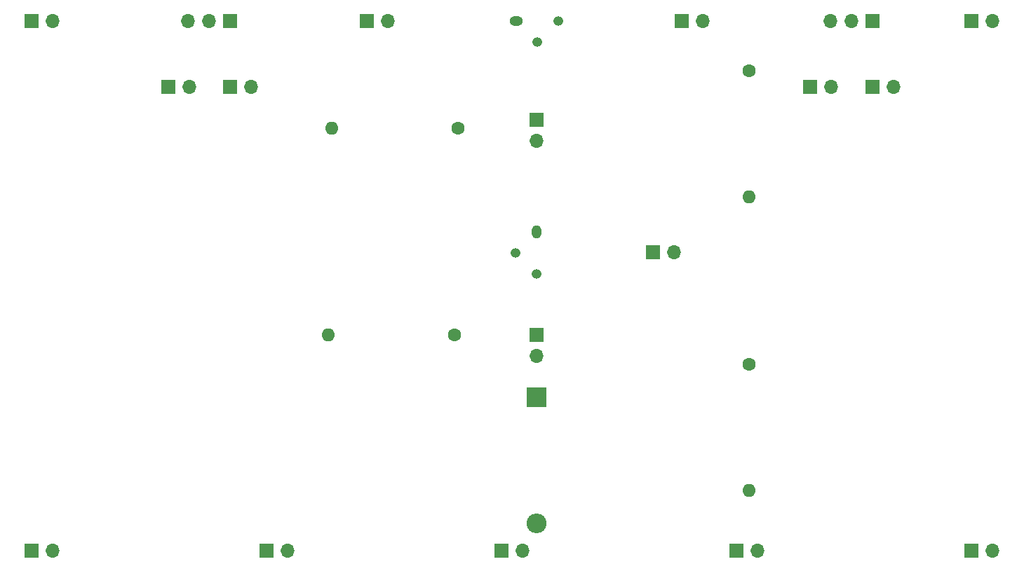
<source format=gbr>
%TF.GenerationSoftware,KiCad,Pcbnew,5.1.10-88a1d61d58~88~ubuntu18.04.1*%
%TF.CreationDate,2021-11-26T07:14:43+05:30*%
%TF.ProjectId,power_supply,706f7765-725f-4737-9570-706c792e6b69,rev?*%
%TF.SameCoordinates,Original*%
%TF.FileFunction,Soldermask,Top*%
%TF.FilePolarity,Negative*%
%FSLAX46Y46*%
G04 Gerber Fmt 4.6, Leading zero omitted, Abs format (unit mm)*
G04 Created by KiCad (PCBNEW 5.1.10-88a1d61d58~88~ubuntu18.04.1) date 2021-11-26 07:14:43*
%MOMM*%
%LPD*%
G01*
G04 APERTURE LIST*
%ADD10R,1.700000X1.700000*%
%ADD11O,1.700000X1.700000*%
%ADD12O,1.600000X1.200000*%
%ADD13O,1.200000X1.200000*%
%ADD14O,1.200000X1.600000*%
%ADD15R,2.400000X2.400000*%
%ADD16O,2.400000X2.400000*%
%ADD17C,1.600000*%
%ADD18O,1.600000X1.600000*%
G04 APERTURE END LIST*
D10*
%TO.C,J14*%
X169625000Y-99500000D03*
D11*
X172165000Y-99500000D03*
%TD*%
D10*
%TO.C,J21*%
X141250000Y-99500000D03*
D11*
X143790000Y-99500000D03*
%TD*%
%TO.C,J20*%
X180920000Y-35500000D03*
X183460000Y-35500000D03*
D10*
X186000000Y-35500000D03*
%TD*%
D11*
%TO.C,J3*%
X103420000Y-35500000D03*
X105960000Y-35500000D03*
D10*
X108500000Y-35500000D03*
%TD*%
D11*
%TO.C,J1*%
X87040000Y-35500000D03*
D10*
X84500000Y-35500000D03*
%TD*%
D11*
%TO.C,J19*%
X188540000Y-43500000D03*
D10*
X186000000Y-43500000D03*
%TD*%
D11*
%TO.C,J18*%
X181040000Y-43500000D03*
D10*
X178500000Y-43500000D03*
%TD*%
%TO.C,J12*%
X108500000Y-43500000D03*
D11*
X111040000Y-43500000D03*
%TD*%
D10*
%TO.C,J2*%
X101000000Y-43500000D03*
D11*
X103540000Y-43500000D03*
%TD*%
D10*
%TO.C,J13*%
X112875000Y-99500000D03*
D11*
X115415000Y-99500000D03*
%TD*%
D12*
%TO.C,Q1*%
X143000000Y-35500000D03*
D13*
X145540000Y-38040000D03*
X148080000Y-35500000D03*
%TD*%
%TO.C,Q2*%
X145500000Y-66080000D03*
X142960000Y-63540000D03*
D14*
X145500000Y-61000000D03*
%TD*%
D15*
%TO.C,D1*%
X145500000Y-81000000D03*
D16*
X145500000Y-96240000D03*
%TD*%
D11*
%TO.C,J11*%
X87040000Y-99500000D03*
D10*
X84500000Y-99500000D03*
%TD*%
D11*
%TO.C,J10*%
X200540000Y-99500000D03*
D10*
X198000000Y-99500000D03*
%TD*%
%TO.C,J9*%
X145500000Y-47500000D03*
D11*
X145500000Y-50040000D03*
%TD*%
D10*
%TO.C,J8*%
X145500000Y-73500000D03*
D11*
X145500000Y-76040000D03*
%TD*%
D10*
%TO.C,J7*%
X125000000Y-35500000D03*
D11*
X127540000Y-35500000D03*
%TD*%
D10*
%TO.C,J6*%
X159500000Y-63500000D03*
D11*
X162040000Y-63500000D03*
%TD*%
D10*
%TO.C,J5*%
X163000000Y-35500000D03*
D11*
X165540000Y-35500000D03*
%TD*%
D10*
%TO.C,J4*%
X198000000Y-35500000D03*
D11*
X200540000Y-35500000D03*
%TD*%
D17*
%TO.C,R2*%
X135542500Y-73500000D03*
D18*
X120302500Y-73500000D03*
%TD*%
%TO.C,R4*%
X171102500Y-92240000D03*
D17*
X171102500Y-77000000D03*
%TD*%
%TO.C,R3*%
X171102500Y-41500000D03*
D18*
X171102500Y-56740000D03*
%TD*%
D17*
%TO.C,R1*%
X136000000Y-48500000D03*
D18*
X120760000Y-48500000D03*
%TD*%
M02*

</source>
